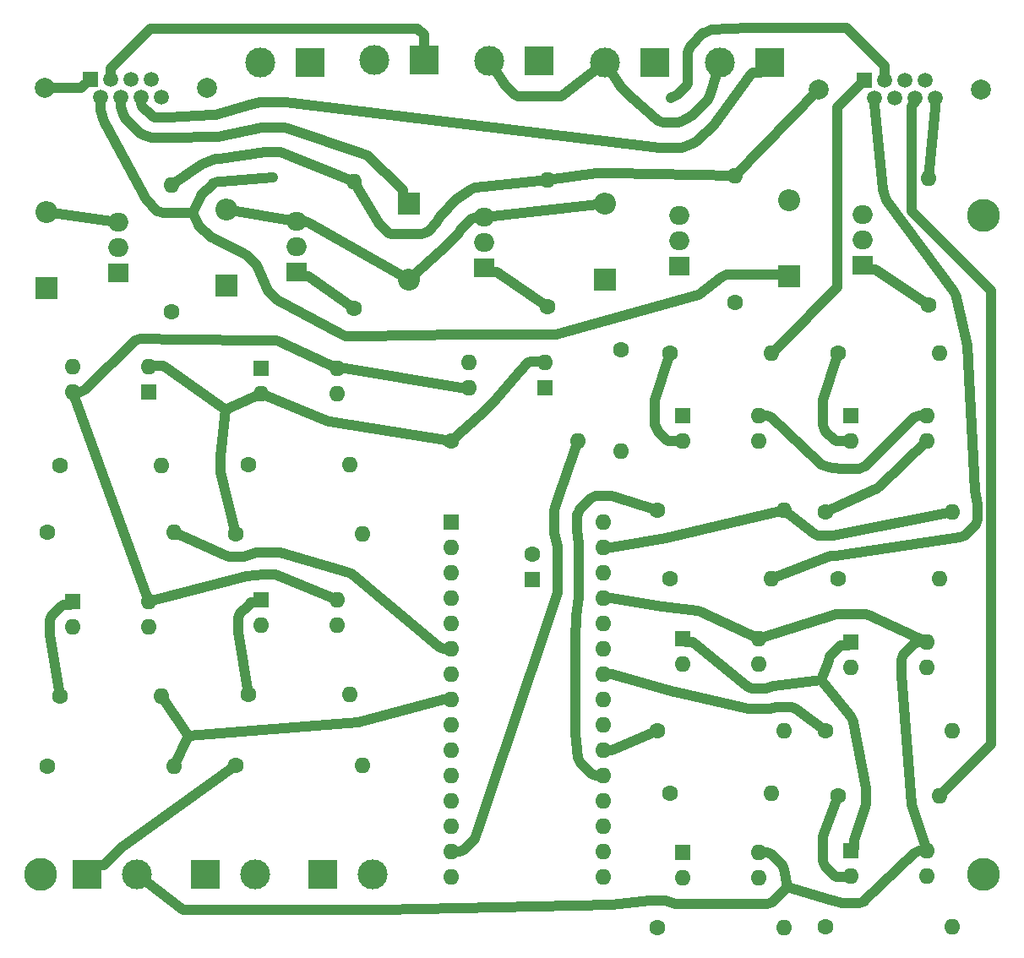
<source format=gbr>
G04 #@! TF.GenerationSoftware,KiCad,Pcbnew,(5.1.5)-3*
G04 #@! TF.CreationDate,2020-02-24T21:21:35+03:00*
G04 #@! TF.ProjectId,valveControllerPCB,76616c76-6543-46f6-9e74-726f6c6c6572,rev?*
G04 #@! TF.SameCoordinates,Original*
G04 #@! TF.FileFunction,Copper,L1,Top*
G04 #@! TF.FilePolarity,Positive*
%FSLAX46Y46*%
G04 Gerber Fmt 4.6, Leading zero omitted, Abs format (unit mm)*
G04 Created by KiCad (PCBNEW (5.1.5)-3) date 2020-02-24 21:21:35*
%MOMM*%
%LPD*%
G04 APERTURE LIST*
%ADD10C,2.000000*%
%ADD11C,1.500000*%
%ADD12R,1.500000X1.500000*%
%ADD13O,1.600000X1.600000*%
%ADD14R,1.600000X1.600000*%
%ADD15C,1.600000*%
%ADD16O,2.000000X1.905000*%
%ADD17R,2.000000X1.905000*%
%ADD18C,3.000000*%
%ADD19R,3.000000X3.000000*%
%ADD20O,2.200000X2.200000*%
%ADD21R,2.200000X2.200000*%
%ADD22C,3.300000*%
%ADD23C,0.800000*%
%ADD24C,1.000000*%
G04 APERTURE END LIST*
D10*
X154155000Y-63565000D03*
X170415000Y-63565000D03*
D11*
X165865000Y-64455000D03*
X163825000Y-64455000D03*
X161785000Y-64455000D03*
X159745000Y-64455000D03*
X164845000Y-62675000D03*
X162805000Y-62675000D03*
X160765000Y-62675000D03*
D12*
X158725000Y-62675000D03*
D13*
X119055000Y-93450000D03*
X126675000Y-90910000D03*
X119055000Y-90910000D03*
D14*
X126675000Y-93450000D03*
D13*
X129975000Y-98800000D03*
D15*
X117275000Y-98800000D03*
D13*
X134350000Y-99810000D03*
D15*
X134350000Y-89650000D03*
D13*
X165150000Y-72500000D03*
D15*
X165150000Y-85200000D03*
D16*
X158575000Y-76095000D03*
X158575000Y-78635000D03*
D17*
X158575000Y-81175000D03*
D18*
X98150000Y-60875000D03*
D19*
X103150000Y-60875000D03*
D20*
X151175000Y-74630000D03*
D21*
X151175000Y-82250000D03*
D18*
X85854000Y-142259000D03*
D19*
X80854000Y-142259000D03*
D18*
X97665000Y-142259000D03*
D19*
X92665000Y-142259000D03*
D18*
X109600000Y-60600000D03*
D19*
X114600000Y-60600000D03*
D18*
X121150000Y-60725000D03*
D19*
X126150000Y-60725000D03*
D18*
X132725000Y-60875000D03*
D19*
X137725000Y-60875000D03*
D18*
X144275000Y-60875000D03*
D19*
X149275000Y-60875000D03*
D18*
X109476000Y-142259000D03*
D19*
X104476000Y-142259000D03*
D13*
X164990000Y-139885000D03*
X157370000Y-142425000D03*
X164990000Y-142425000D03*
D14*
X157370000Y-139885000D03*
D13*
X164990000Y-118950000D03*
X157370000Y-121490000D03*
X164990000Y-121490000D03*
D14*
X157370000Y-118950000D03*
D13*
X164990000Y-96225000D03*
X157370000Y-98765000D03*
X164990000Y-98765000D03*
D14*
X157370000Y-96225000D03*
D13*
X148170000Y-140000000D03*
X140550000Y-142540000D03*
X148170000Y-142540000D03*
D14*
X140550000Y-140000000D03*
D13*
X148170000Y-118625000D03*
X140550000Y-121165000D03*
X148170000Y-121165000D03*
D14*
X140550000Y-118625000D03*
D13*
X148170000Y-96225000D03*
X140550000Y-98765000D03*
X148170000Y-98765000D03*
D14*
X140550000Y-96225000D03*
D13*
X105920000Y-114675000D03*
X98300000Y-117215000D03*
X105920000Y-117215000D03*
D14*
X98300000Y-114675000D03*
D13*
X105920000Y-91485000D03*
X98300000Y-94025000D03*
X105920000Y-94025000D03*
D14*
X98300000Y-91485000D03*
D13*
X87045000Y-114900000D03*
X79425000Y-117440000D03*
X87045000Y-117440000D03*
D14*
X79425000Y-114900000D03*
D13*
X79405000Y-93849000D03*
X87025000Y-91309000D03*
X79405000Y-91309000D03*
D14*
X87025000Y-93849000D03*
D13*
X166250000Y-134375000D03*
D15*
X156090000Y-134375000D03*
D13*
X166250000Y-112625000D03*
D15*
X156090000Y-112625000D03*
D13*
X166250000Y-90025000D03*
D15*
X156090000Y-90025000D03*
D13*
X149430000Y-134075000D03*
D15*
X139270000Y-134075000D03*
D13*
X149430000Y-112575000D03*
D15*
X139270000Y-112575000D03*
D13*
X149430000Y-90025000D03*
D15*
X139270000Y-90025000D03*
D13*
X167520000Y-147450000D03*
D15*
X154820000Y-147450000D03*
D13*
X167520000Y-127800000D03*
D15*
X154820000Y-127800000D03*
D13*
X167520000Y-105900000D03*
D15*
X154820000Y-105900000D03*
D13*
X150700000Y-147525000D03*
D15*
X138000000Y-147525000D03*
D13*
X150700000Y-127875000D03*
D15*
X138000000Y-127875000D03*
D13*
X150700000Y-105725000D03*
D15*
X138000000Y-105725000D03*
D13*
X108450000Y-131300000D03*
D15*
X95750000Y-131300000D03*
D13*
X107180000Y-124175000D03*
D15*
X97020000Y-124175000D03*
D13*
X108450000Y-108075000D03*
D15*
X95750000Y-108075000D03*
D13*
X107180000Y-101125000D03*
D15*
X97020000Y-101125000D03*
D13*
X89575000Y-131400000D03*
D15*
X76875000Y-131400000D03*
D13*
X88305000Y-124400000D03*
D15*
X78145000Y-124400000D03*
D13*
X89575000Y-107900000D03*
D15*
X76875000Y-107900000D03*
D13*
X88305000Y-101278000D03*
D15*
X78145000Y-101278000D03*
D13*
X145800000Y-72225000D03*
D15*
X145800000Y-84925000D03*
D13*
X126950000Y-72650000D03*
D15*
X126950000Y-85350000D03*
D13*
X107600000Y-72775000D03*
D15*
X107600000Y-85475000D03*
D13*
X89300000Y-73175000D03*
D15*
X89300000Y-85875000D03*
D16*
X140150000Y-76220000D03*
X140150000Y-78760000D03*
D17*
X140150000Y-81300000D03*
D16*
X120650000Y-76370000D03*
X120650000Y-78910000D03*
D17*
X120650000Y-81450000D03*
D16*
X101825000Y-76770000D03*
X101825000Y-79310000D03*
D17*
X101825000Y-81850000D03*
D16*
X83925000Y-76895000D03*
X83925000Y-79435000D03*
D17*
X83925000Y-81975000D03*
D10*
X76580000Y-63415000D03*
X92840000Y-63415000D03*
D11*
X88290000Y-64305000D03*
X86250000Y-64305000D03*
X84210000Y-64305000D03*
X82170000Y-64305000D03*
X87270000Y-62525000D03*
X85230000Y-62525000D03*
X83190000Y-62525000D03*
D12*
X81150000Y-62525000D03*
D20*
X132750000Y-75030000D03*
D21*
X132750000Y-82650000D03*
D20*
X113100000Y-82595000D03*
D21*
X113100000Y-74975000D03*
D20*
X94825000Y-75580000D03*
D21*
X94825000Y-83200000D03*
D20*
X76800000Y-75830000D03*
D21*
X76800000Y-83450000D03*
D15*
X125475000Y-110150000D03*
D14*
X125475000Y-112650000D03*
D13*
X132588000Y-142494000D03*
X117348000Y-142494000D03*
X132588000Y-106934000D03*
X117348000Y-139954000D03*
X132588000Y-109474000D03*
X117348000Y-137414000D03*
X132588000Y-112014000D03*
X117348000Y-134874000D03*
X132588000Y-114554000D03*
X117348000Y-132334000D03*
X132588000Y-117094000D03*
X117348000Y-129794000D03*
X132588000Y-119634000D03*
X117348000Y-127254000D03*
X132588000Y-122174000D03*
X117348000Y-124714000D03*
X132588000Y-124714000D03*
X117348000Y-122174000D03*
X132588000Y-127254000D03*
X117348000Y-119634000D03*
X132588000Y-129794000D03*
X117348000Y-117094000D03*
X132588000Y-132334000D03*
X117348000Y-114554000D03*
X132588000Y-134874000D03*
X117348000Y-112014000D03*
X132588000Y-137414000D03*
X117348000Y-109474000D03*
X132588000Y-139954000D03*
D14*
X117348000Y-106934000D03*
D22*
X170680000Y-76200000D03*
X76200000Y-142240000D03*
X170680000Y-142240000D03*
D23*
X99438800Y-72345600D03*
X139305600Y-64386500D03*
D24*
X117348000Y-139954000D02*
X118128800Y-139954000D01*
X118128800Y-139954000D02*
X118594900Y-139761000D01*
X118594900Y-139761000D02*
X119695000Y-138660900D01*
X119695000Y-138660900D02*
X119888000Y-138194800D01*
X119888000Y-138194800D02*
X127946000Y-114058000D01*
X127946000Y-114058000D02*
X127946000Y-112842000D01*
X127946000Y-112842000D02*
X127946000Y-109382900D01*
X127946000Y-109382900D02*
X127654900Y-108012100D01*
X127654900Y-108012100D02*
X127654900Y-105855900D01*
X127654900Y-105855900D02*
X127769700Y-105398400D01*
X127769700Y-105398400D02*
X129975000Y-98800000D01*
X87025000Y-91309000D02*
X87192500Y-91254700D01*
X87192500Y-91254700D02*
X88457500Y-91254700D01*
X88457500Y-91254700D02*
X88649500Y-91334200D01*
X88649500Y-91334200D02*
X94697900Y-95693400D01*
X95750000Y-131300000D02*
X84283500Y-139497300D01*
X84283500Y-139497300D02*
X83092300Y-140688500D01*
X83092300Y-140688500D02*
X82854000Y-140966100D01*
X82854000Y-140966100D02*
X82561100Y-141259000D01*
X82561100Y-141259000D02*
X82354000Y-141259000D01*
X82354000Y-141259000D02*
X81854000Y-141259000D01*
X81854000Y-141259000D02*
X80854000Y-142259000D01*
X98300000Y-94025000D02*
X105055800Y-96812600D01*
X105055800Y-96812600D02*
X105105500Y-96825100D01*
X105105500Y-96825100D02*
X117275000Y-98800000D01*
X167520000Y-105900000D02*
X155561400Y-108241700D01*
X155561400Y-108241700D02*
X154078600Y-108241700D01*
X154078600Y-108241700D02*
X153685500Y-108078800D01*
X153685500Y-108078800D02*
X150700000Y-105725000D01*
X150700000Y-105725000D02*
X138814500Y-108525100D01*
X138814500Y-108525100D02*
X133368800Y-109474000D01*
X133368800Y-109474000D02*
X132588000Y-109474000D01*
X117275000Y-98800000D02*
X120463300Y-96003900D01*
X120463300Y-96003900D02*
X121608900Y-94858300D01*
X121608900Y-94858300D02*
X124160200Y-91825500D01*
X124160200Y-91825500D02*
X125050500Y-90935200D01*
X125050500Y-90935200D02*
X125242500Y-90855700D01*
X125242500Y-90855700D02*
X126507500Y-90855700D01*
X126507500Y-90855700D02*
X126675000Y-90910000D01*
X95750000Y-108075000D02*
X94219900Y-101939500D01*
X94219900Y-101939500D02*
X94219900Y-100310500D01*
X94219900Y-100310500D02*
X94697900Y-95693400D01*
X98300000Y-94025000D02*
X94697900Y-95693400D01*
X164990000Y-139885000D02*
X163462400Y-135239200D01*
X163462400Y-135239200D02*
X163449900Y-135189500D01*
X163449900Y-135189500D02*
X162450000Y-122270800D01*
X162450000Y-122270800D02*
X162450000Y-120709200D01*
X162450000Y-120709200D02*
X162643000Y-120243100D01*
X162643000Y-120243100D02*
X163743100Y-119143000D01*
X163743100Y-119143000D02*
X164209200Y-118950000D01*
X164209200Y-118950000D02*
X164990000Y-118950000D01*
X148170000Y-140000000D02*
X148950800Y-140000000D01*
X148950800Y-140000000D02*
X149416900Y-140193000D01*
X149416900Y-140193000D02*
X150517000Y-141293100D01*
X150517000Y-141293100D02*
X150710000Y-141759200D01*
X150710000Y-141759200D02*
X151034600Y-143466600D01*
X85854000Y-142259000D02*
X90224000Y-145648300D01*
X90224000Y-145648300D02*
X90491600Y-145759100D01*
X90491600Y-145759100D02*
X105302600Y-145759100D01*
X105302600Y-145759100D02*
X106649400Y-145759100D01*
X106649400Y-145759100D02*
X110377000Y-145759100D01*
X110377000Y-145759100D02*
X133402500Y-145294100D01*
X133402500Y-145294100D02*
X137201100Y-144850700D01*
X137201100Y-144850700D02*
X138798900Y-144850700D01*
X138798900Y-144850700D02*
X138824600Y-144857100D01*
X138824600Y-144857100D02*
X139725400Y-145207900D01*
X139725400Y-145207900D02*
X139751100Y-145214300D01*
X139751100Y-145214300D02*
X141348900Y-145214300D01*
X141348900Y-145214300D02*
X148968400Y-145209800D01*
X148968400Y-145209800D02*
X148993200Y-145203600D01*
X148993200Y-145203600D02*
X149475600Y-145003500D01*
X149475600Y-145003500D02*
X149497500Y-144990400D01*
X149497500Y-144990400D02*
X151034600Y-143466600D01*
X164990000Y-96225000D02*
X164209200Y-96225000D01*
X164209200Y-96225000D02*
X163743100Y-96418000D01*
X163743100Y-96418000D02*
X158778300Y-101318900D01*
X158778300Y-101318900D02*
X158734300Y-101345200D01*
X158734300Y-101345200D02*
X158234200Y-101552600D01*
X158234200Y-101552600D02*
X158184500Y-101565100D01*
X158184500Y-101565100D02*
X156555500Y-101565100D01*
X156555500Y-101565100D02*
X155545400Y-101525200D01*
X155545400Y-101525200D02*
X155170700Y-101431100D01*
X155170700Y-101431100D02*
X154439200Y-101127900D01*
X154439200Y-101127900D02*
X154107800Y-100929200D01*
X154107800Y-100929200D02*
X149416900Y-96418000D01*
X149416900Y-96418000D02*
X148950800Y-96225000D01*
X148950800Y-96225000D02*
X148170000Y-96225000D01*
X132588000Y-114554000D02*
X133368800Y-114554000D01*
X133368800Y-114554000D02*
X138455500Y-115375100D01*
X138455500Y-115375100D02*
X142023400Y-115824900D01*
X142023400Y-115824900D02*
X142291000Y-115935700D01*
X142291000Y-115935700D02*
X148170000Y-118625000D01*
X148170000Y-118625000D02*
X155896600Y-116149900D01*
X155896600Y-116149900D02*
X157243400Y-116149900D01*
X157243400Y-116149900D02*
X158843400Y-116149900D01*
X158843400Y-116149900D02*
X159111000Y-116260700D01*
X159111000Y-116260700D02*
X164990000Y-118950000D01*
X151034600Y-143466600D02*
X155283000Y-144751400D01*
X155283000Y-144751400D02*
X155589500Y-144828300D01*
X155589500Y-144828300D02*
X155612400Y-144828300D01*
X155612400Y-144828300D02*
X155628000Y-144832200D01*
X155628000Y-144832200D02*
X156539800Y-145109800D01*
X156539800Y-145109800D02*
X156568900Y-145117100D01*
X156568900Y-145117100D02*
X158171100Y-145117100D01*
X158171100Y-145117100D02*
X158200200Y-145109800D01*
X158200200Y-145109800D02*
X158685600Y-144908500D01*
X158685600Y-144908500D02*
X158711300Y-144893100D01*
X158711300Y-144893100D02*
X163743100Y-140078000D01*
X163743100Y-140078000D02*
X164209200Y-139885000D01*
X164209200Y-139885000D02*
X164990000Y-139885000D01*
X132588000Y-122174000D02*
X133368800Y-122174000D01*
X133368800Y-122174000D02*
X139685800Y-123952600D01*
X139685800Y-123952600D02*
X139735500Y-123965100D01*
X139735500Y-123965100D02*
X147144100Y-125675800D01*
X147144100Y-125675800D02*
X149195900Y-125675800D01*
X149195900Y-125675800D02*
X149572700Y-125581200D01*
X149572700Y-125581200D02*
X149946000Y-125469600D01*
X149946000Y-125469600D02*
X151454000Y-125469600D01*
X151454000Y-125469600D02*
X151870600Y-125642100D01*
X151870600Y-125642100D02*
X154820000Y-127800000D01*
X117348000Y-124714000D02*
X116567200Y-124714000D01*
X116567200Y-124714000D02*
X108044200Y-126962600D01*
X108044200Y-126962600D02*
X107994500Y-126975100D01*
X107994500Y-126975100D02*
X91026300Y-128324200D01*
X88305000Y-124400000D02*
X91026300Y-128324200D01*
X89575000Y-131400000D02*
X91026300Y-128324200D01*
X154820000Y-105900000D02*
X159854200Y-103587600D01*
X159854200Y-103587600D02*
X159869300Y-103579900D01*
X159869300Y-103579900D02*
X160312700Y-103314400D01*
X160312700Y-103314400D02*
X160335600Y-103297800D01*
X160335600Y-103297800D02*
X164990000Y-98765000D01*
X117348000Y-119634000D02*
X116567200Y-119634000D01*
X116567200Y-119634000D02*
X116101100Y-119441000D01*
X116101100Y-119441000D02*
X107328300Y-112121100D01*
X107328300Y-112121100D02*
X107284300Y-112094800D01*
X107284300Y-112094800D02*
X106784200Y-111887400D01*
X106784200Y-111887400D02*
X100481700Y-110022100D01*
X100481700Y-110022100D02*
X100117700Y-109930700D01*
X100117700Y-109930700D02*
X100055900Y-109930700D01*
X100055900Y-109930700D02*
X98144100Y-109930700D01*
X98144100Y-109930700D02*
X97875600Y-109998100D01*
X97875600Y-109998100D02*
X96483500Y-110377100D01*
X96483500Y-110377100D02*
X95016500Y-110377100D01*
X95016500Y-110377100D02*
X94637900Y-110220300D01*
X94637900Y-110220300D02*
X89575000Y-107900000D01*
X132588000Y-129794000D02*
X133368800Y-129794000D01*
X133368800Y-129794000D02*
X133834900Y-129601000D01*
X133834900Y-129601000D02*
X138000000Y-127875000D01*
X132588000Y-132334000D02*
X131807200Y-132334000D01*
X131807200Y-132334000D02*
X131341100Y-132141000D01*
X131341100Y-132141000D02*
X130241000Y-131040900D01*
X130241000Y-131040900D02*
X130048000Y-130574800D01*
X130048000Y-130574800D02*
X129787900Y-128068500D01*
X129787900Y-128068500D02*
X129787900Y-126439500D01*
X129787900Y-126439500D02*
X129787900Y-118819500D01*
X129787900Y-118819500D02*
X129875600Y-116290400D01*
X129875600Y-116290400D02*
X130117000Y-114455000D01*
X130117000Y-114455000D02*
X130117000Y-114393300D01*
X130117000Y-114393300D02*
X130117000Y-112506700D01*
X130117000Y-112506700D02*
X130117000Y-109107900D01*
X130117000Y-109107900D02*
X129971400Y-107725800D01*
X129971400Y-107725800D02*
X129971400Y-106142200D01*
X129971400Y-106142200D02*
X129975100Y-106127600D01*
X129975100Y-106127600D02*
X130172100Y-105652400D01*
X130172100Y-105652400D02*
X130179900Y-105639500D01*
X130179900Y-105639500D02*
X131293500Y-104525900D01*
X131293500Y-104525900D02*
X131306400Y-104518100D01*
X131306400Y-104518100D02*
X131781600Y-104321100D01*
X131781600Y-104321100D02*
X131796200Y-104317400D01*
X131796200Y-104317400D02*
X133379800Y-104317400D01*
X133379800Y-104317400D02*
X133394400Y-104321100D01*
X133394400Y-104321100D02*
X138000000Y-105725000D01*
X120650000Y-76370000D02*
X120697500Y-76370000D01*
X120697500Y-76370000D02*
X132750000Y-75030000D01*
X76800000Y-75830000D02*
X83877500Y-76895000D01*
X83877500Y-76895000D02*
X83925000Y-76895000D01*
X94825000Y-75580000D02*
X101777500Y-76770000D01*
X101777500Y-76770000D02*
X101825000Y-76770000D01*
X101825000Y-76770000D02*
X101872500Y-76770000D01*
X101872500Y-76770000D02*
X102653300Y-76770000D01*
X102653300Y-76770000D02*
X103119400Y-76963000D01*
X103119400Y-76963000D02*
X113100000Y-82595000D01*
X113100000Y-82595000D02*
X116615000Y-79418700D01*
X116615000Y-79418700D02*
X118043700Y-77990000D01*
X118043700Y-77990000D02*
X118255500Y-77663100D01*
X118255500Y-77663100D02*
X119355600Y-76563000D01*
X119355600Y-76563000D02*
X119821700Y-76370000D01*
X119821700Y-76370000D02*
X120602500Y-76370000D01*
X120602500Y-76370000D02*
X120650000Y-76370000D01*
X80260000Y-63415000D02*
X81150000Y-62525000D01*
X76580000Y-63415000D02*
X80260000Y-63415000D01*
X149275000Y-60875000D02*
X148275000Y-61875000D01*
X148275000Y-61875000D02*
X147775000Y-61875000D01*
X147775000Y-61875000D02*
X147567900Y-61875000D01*
X147567900Y-61875000D02*
X147275000Y-62167900D01*
X147275000Y-62167900D02*
X143607000Y-67158700D01*
X143607000Y-67158700D02*
X142077800Y-68687900D01*
X142077800Y-68687900D02*
X141661900Y-68937200D01*
X141661900Y-68937200D02*
X140862300Y-69268600D01*
X140862300Y-69268600D02*
X140392000Y-69386700D01*
X140392000Y-69386700D02*
X138219200Y-69386700D01*
X138219200Y-69386700D02*
X100729000Y-64845300D01*
X100729000Y-64845300D02*
X98148600Y-64845300D01*
X98148600Y-64845300D02*
X97853100Y-64892500D01*
X97853100Y-64892500D02*
X97186700Y-65060200D01*
X97186700Y-65060200D02*
X93676800Y-66119700D01*
X93676800Y-66119700D02*
X93643700Y-66128000D01*
X93643700Y-66128000D02*
X93379900Y-66128000D01*
X93379900Y-66128000D02*
X88971400Y-66345000D01*
X88971400Y-66345000D02*
X87608600Y-66345000D01*
X87608600Y-66345000D02*
X87326400Y-66228100D01*
X87326400Y-66228100D02*
X86366900Y-65268600D01*
X86366900Y-65268600D02*
X86250000Y-64986400D01*
X86250000Y-64986400D02*
X86250000Y-64305000D01*
X84210000Y-64305000D02*
X84210000Y-65277700D01*
X84210000Y-65277700D02*
X84283900Y-65572100D01*
X84283900Y-65572100D02*
X84563400Y-66246400D01*
X84563400Y-66246400D02*
X84719500Y-66506700D01*
X84719500Y-66506700D02*
X86088300Y-67875500D01*
X86088300Y-67875500D02*
X86348600Y-68031600D01*
X86348600Y-68031600D02*
X87022900Y-68311100D01*
X87022900Y-68311100D02*
X87317300Y-68385000D01*
X87317300Y-68385000D02*
X89262700Y-68385000D01*
X89262700Y-68385000D02*
X93555600Y-68341000D01*
X93555600Y-68341000D02*
X93917200Y-68341000D01*
X93917200Y-68341000D02*
X98352400Y-67345400D01*
X98352400Y-67345400D02*
X100525200Y-67345400D01*
X100525200Y-67345400D02*
X100995500Y-67463500D01*
X100995500Y-67463500D02*
X108464200Y-69987400D01*
X108464200Y-69987400D02*
X108964300Y-70194800D01*
X108964300Y-70194800D02*
X109008300Y-70221100D01*
X109008300Y-70221100D02*
X112207100Y-73375000D01*
X112207100Y-73375000D02*
X112500000Y-73667900D01*
X112500000Y-73667900D02*
X112500000Y-73875000D01*
X112500000Y-73875000D02*
X112500000Y-74375000D01*
X112500000Y-74375000D02*
X113100000Y-74975000D01*
X114600000Y-58100000D02*
X114600000Y-60600000D01*
X113959999Y-57459999D02*
X114600000Y-58100000D01*
X87194341Y-57459999D02*
X113959999Y-57459999D01*
X83190000Y-61464340D02*
X87194341Y-57459999D01*
X83190000Y-62525000D02*
X83190000Y-61464340D01*
X121150000Y-60725000D02*
X122760700Y-63166000D01*
X122760700Y-63166000D02*
X123709000Y-64114300D01*
X123709000Y-64114300D02*
X123976600Y-64225100D01*
X123976600Y-64225100D02*
X126976600Y-64225100D01*
X126976600Y-64225100D02*
X128323400Y-64225100D01*
X128323400Y-64225100D02*
X128591000Y-64114300D01*
X128591000Y-64114300D02*
X132725000Y-60875000D01*
X144275000Y-60875000D02*
X143416800Y-63703500D01*
X143416800Y-63703500D02*
X143126300Y-64404400D01*
X143126300Y-64404400D02*
X142950500Y-64697700D01*
X142950500Y-64697700D02*
X141547700Y-66100500D01*
X141547700Y-66100500D02*
X141254400Y-66276300D01*
X141254400Y-66276300D02*
X140529900Y-66699600D01*
X140529900Y-66699600D02*
X140078500Y-66886600D01*
X140078500Y-66886600D02*
X138532700Y-66886600D01*
X138532700Y-66886600D02*
X138081300Y-66699600D01*
X138081300Y-66699600D02*
X135284000Y-64264300D01*
X135284000Y-64264300D02*
X134335700Y-63316000D01*
X134335700Y-63316000D02*
X132725000Y-60875000D01*
X107600000Y-85475000D02*
X103032100Y-82302500D01*
X103032100Y-82302500D02*
X102825000Y-82302500D01*
X102825000Y-82302500D02*
X102325000Y-82302500D01*
X102325000Y-82302500D02*
X101825000Y-81850000D01*
X126950000Y-85350000D02*
X121857100Y-81902500D01*
X121857100Y-81902500D02*
X121650000Y-81902500D01*
X121650000Y-81902500D02*
X121150000Y-81902500D01*
X121150000Y-81902500D02*
X120650000Y-81450000D01*
X139270000Y-90025000D02*
X137749900Y-94751600D01*
X137749900Y-94751600D02*
X137749900Y-95851600D01*
X137749900Y-95851600D02*
X137749900Y-97198400D01*
X137749900Y-97198400D02*
X137860700Y-97466000D01*
X137860700Y-97466000D02*
X138035200Y-97849500D01*
X138035200Y-97849500D02*
X138925500Y-98739800D01*
X138925500Y-98739800D02*
X139117500Y-98819300D01*
X139117500Y-98819300D02*
X140382500Y-98819300D01*
X140382500Y-98819300D02*
X140550000Y-98765000D01*
X151175000Y-82250000D02*
X150575000Y-82124900D01*
X150575000Y-82124900D02*
X150075000Y-82124900D01*
X150075000Y-82124900D02*
X144985500Y-82124900D01*
X144985500Y-82124900D02*
X144935800Y-82137400D01*
X144935800Y-82137400D02*
X144435700Y-82344800D01*
X144435700Y-82344800D02*
X144391700Y-82371100D01*
X144391700Y-82371100D02*
X142091000Y-84141800D01*
X142091000Y-84141800D02*
X141823400Y-84252600D01*
X141823400Y-84252600D02*
X127807900Y-88118500D01*
X127807900Y-88118500D02*
X127762000Y-88130000D01*
X127762000Y-88130000D02*
X126138000Y-88130000D01*
X126138000Y-88130000D02*
X119869500Y-88109900D01*
X119869500Y-88109900D02*
X118240500Y-88109900D01*
X118240500Y-88109900D02*
X108414500Y-88275100D01*
X108414500Y-88275100D02*
X106785500Y-88275100D01*
X106785500Y-88275100D02*
X106735800Y-88262600D01*
X106735800Y-88262600D02*
X106235700Y-88055200D01*
X106235700Y-88055200D02*
X99884000Y-84691800D01*
X99884000Y-84691800D02*
X98935700Y-83743500D01*
X98935700Y-83743500D02*
X97814300Y-81159000D01*
X97814300Y-81159000D02*
X96866000Y-80210700D01*
X96866000Y-80210700D02*
X93325400Y-78428900D01*
X93325400Y-78428900D02*
X93230700Y-78372200D01*
X93230700Y-78372200D02*
X92032800Y-77174300D01*
X92032800Y-77174300D02*
X91976100Y-77079600D01*
X91976100Y-77079600D02*
X91417300Y-75934100D01*
X91417300Y-75934100D02*
X92233200Y-74209900D01*
X92233200Y-74209900D02*
X92260900Y-74163700D01*
X92260900Y-74163700D02*
X93408700Y-73015900D01*
X93408700Y-73015900D02*
X93454900Y-72988200D01*
X93454900Y-72988200D02*
X93956700Y-72780100D01*
X93956700Y-72780100D02*
X94008900Y-72767000D01*
X94008900Y-72767000D02*
X94277200Y-72767000D01*
X94277200Y-72767000D02*
X99438800Y-72345600D01*
X82170000Y-64305000D02*
X82170000Y-65485600D01*
X82170000Y-65485600D02*
X82190400Y-65613300D01*
X82190400Y-65613300D02*
X82331700Y-66174600D01*
X82331700Y-66174600D02*
X82355600Y-66247900D01*
X82355600Y-66247900D02*
X82722300Y-67132500D01*
X82722300Y-67132500D02*
X82757400Y-67201500D01*
X82757400Y-67201500D02*
X86719800Y-74539300D01*
X86719800Y-74539300D02*
X86746100Y-74583300D01*
X86746100Y-74583300D02*
X87891700Y-75728900D01*
X87891700Y-75728900D02*
X87935700Y-75755200D01*
X87935700Y-75755200D02*
X88435800Y-75962600D01*
X88435800Y-75962600D02*
X88485500Y-75975100D01*
X88485500Y-75975100D02*
X90114500Y-75975100D01*
X90114500Y-75975100D02*
X91417300Y-75934100D01*
X89300000Y-73175000D02*
X92036800Y-71258100D01*
X92036800Y-71258100D02*
X92457100Y-71006200D01*
X92457100Y-71006200D02*
X93260200Y-70673300D01*
X93260200Y-70673300D02*
X93735400Y-70554000D01*
X93735400Y-70554000D02*
X94101500Y-70554000D01*
X94101500Y-70554000D02*
X98665900Y-69845500D01*
X98665900Y-69845500D02*
X100211700Y-69845500D01*
X100211700Y-69845500D02*
X107600000Y-72775000D01*
X126950000Y-72650000D02*
X131898400Y-71929900D01*
X131898400Y-71929900D02*
X133601600Y-71929900D01*
X133601600Y-71929900D02*
X145800000Y-72225000D01*
X145800000Y-72225000D02*
X154155000Y-63565000D01*
X165865000Y-64455000D02*
X165865000Y-65427700D01*
X165865000Y-65427700D02*
X165150000Y-72500000D01*
X126950000Y-72650000D02*
X119769200Y-73417400D01*
X119769200Y-73417400D02*
X119690300Y-73437200D01*
X119690300Y-73437200D02*
X119169400Y-73653200D01*
X119169400Y-73653200D02*
X119099700Y-73695000D01*
X119099700Y-73695000D02*
X117841200Y-74622600D01*
X117841200Y-74622600D02*
X116315100Y-76148700D01*
X116315100Y-76148700D02*
X116067500Y-76561700D01*
X116067500Y-76561700D02*
X115889900Y-76882900D01*
X115889900Y-76882900D02*
X115007900Y-77764900D01*
X115007900Y-77764900D02*
X114641000Y-77964300D01*
X114641000Y-77964300D02*
X114373400Y-78075100D01*
X114373400Y-78075100D02*
X113026600Y-78075100D01*
X113026600Y-78075100D02*
X111326600Y-78075100D01*
X111326600Y-78075100D02*
X111059000Y-77964300D01*
X111059000Y-77964300D02*
X110110700Y-77016000D01*
X110110700Y-77016000D02*
X107600000Y-72775000D01*
X157370000Y-118950000D02*
X157070000Y-119250000D01*
X157070000Y-119250000D02*
X156570000Y-119250000D01*
X156570000Y-119250000D02*
X156362900Y-119250000D01*
X156362900Y-119250000D02*
X156070000Y-119542900D01*
X156070000Y-119542900D02*
X155277400Y-120413100D01*
X155277400Y-120413100D02*
X155130000Y-120768900D01*
X155130000Y-120768900D02*
X154440100Y-122737600D01*
X79405000Y-93849000D02*
X87045000Y-114900000D01*
X140550000Y-118625000D02*
X140850000Y-118925000D01*
X140850000Y-118925000D02*
X141350000Y-118925000D01*
X141350000Y-118925000D02*
X141557100Y-118925000D01*
X141557100Y-118925000D02*
X146999400Y-123397900D01*
X146999400Y-123397900D02*
X147416000Y-123570400D01*
X147416000Y-123570400D02*
X148924000Y-123570400D01*
X148924000Y-123570400D02*
X149297300Y-123458800D01*
X149297300Y-123458800D02*
X149674100Y-123364200D01*
X149674100Y-123364200D02*
X154440100Y-122737600D01*
X79405000Y-93849000D02*
X80185800Y-93849000D01*
X80185800Y-93849000D02*
X80651900Y-93656000D01*
X80651900Y-93656000D02*
X85616700Y-88755100D01*
X85616700Y-88755100D02*
X85660700Y-88728800D01*
X85660700Y-88728800D02*
X86160800Y-88521400D01*
X86160800Y-88521400D02*
X86210500Y-88508900D01*
X86210500Y-88508900D02*
X87839500Y-88508900D01*
X87839500Y-88508900D02*
X88490700Y-88633000D01*
X88490700Y-88633000D02*
X88839200Y-88633000D01*
X88839200Y-88633000D02*
X99773400Y-88684900D01*
X99773400Y-88684900D02*
X100041000Y-88795700D01*
X100041000Y-88795700D02*
X105920000Y-91485000D01*
X105920000Y-91485000D02*
X106700800Y-91485000D01*
X106700800Y-91485000D02*
X118274200Y-93450000D01*
X118274200Y-93450000D02*
X119055000Y-93450000D01*
X154440100Y-122737600D02*
X157373900Y-126391700D01*
X157373900Y-126391700D02*
X157400200Y-126435700D01*
X157400200Y-126435700D02*
X157607600Y-126935800D01*
X157607600Y-126935800D02*
X157620100Y-126985500D01*
X157620100Y-126985500D02*
X158890100Y-133560500D01*
X158890100Y-133560500D02*
X158890100Y-135189500D01*
X158890100Y-135189500D02*
X158877600Y-135239200D01*
X158877600Y-135239200D02*
X157670000Y-138877900D01*
X157670000Y-138877900D02*
X157670000Y-139085000D01*
X157670000Y-139085000D02*
X157670000Y-139585000D01*
X157670000Y-139585000D02*
X157370000Y-139885000D01*
X105920000Y-114675000D02*
X99718200Y-112152800D01*
X99718200Y-112152800D02*
X98481800Y-112152800D01*
X98481800Y-112152800D02*
X96827400Y-112379200D01*
X96827400Y-112379200D02*
X87045000Y-114900000D01*
X167049999Y-133575001D02*
X166250000Y-134375000D01*
X171448810Y-129176190D02*
X167049999Y-133575001D01*
X171448810Y-83737635D02*
X171448810Y-129176190D01*
X163449999Y-75738824D02*
X171448810Y-83737635D01*
X163449999Y-65232003D02*
X163449999Y-75738824D01*
X163825000Y-64857002D02*
X163449999Y-65232003D01*
X163825000Y-64455000D02*
X163825000Y-64857002D01*
X159745000Y-64455000D02*
X159745000Y-65136400D01*
X159745000Y-65136400D02*
X160554100Y-73536400D01*
X160554100Y-73536400D02*
X160652800Y-73929500D01*
X160652800Y-73929500D02*
X160961400Y-74674000D01*
X160961400Y-74674000D02*
X161169700Y-75021500D01*
X161169700Y-75021500D02*
X167703900Y-83791700D01*
X167703900Y-83791700D02*
X167730200Y-83835700D01*
X167730200Y-83835700D02*
X167937600Y-84335800D01*
X167937600Y-84335800D02*
X167950100Y-84385500D01*
X167950100Y-84385500D02*
X169050100Y-89210500D01*
X169050100Y-89210500D02*
X169803000Y-103804300D01*
X169803000Y-103804300D02*
X170048800Y-105121400D01*
X170048800Y-105121400D02*
X170048800Y-106678600D01*
X170048800Y-106678600D02*
X169857500Y-107140500D01*
X169857500Y-107140500D02*
X168760500Y-108237500D01*
X168760500Y-108237500D02*
X168298600Y-108428800D01*
X168298600Y-108428800D02*
X155830200Y-110283300D01*
X155830200Y-110283300D02*
X155348600Y-110283300D01*
X155348600Y-110283300D02*
X149430000Y-112575000D01*
X143261300Y-57635300D02*
X142696600Y-57869400D01*
X139666000Y-64264300D02*
X139398400Y-64375100D01*
X143401800Y-57600000D02*
X143261300Y-57635300D01*
X142572300Y-57943900D02*
X141343900Y-59172300D01*
X147101600Y-57374900D02*
X143401800Y-57600000D01*
X156911902Y-57374900D02*
X147101600Y-57374900D01*
X160765000Y-61227998D02*
X156911902Y-57374900D01*
X160765000Y-62675000D02*
X160765000Y-61227998D01*
X142696600Y-57869400D02*
X142572300Y-57943900D01*
X141343900Y-59172300D02*
X141269400Y-59296600D01*
X139398400Y-64375100D02*
X139305600Y-64386500D01*
X141035300Y-59861300D02*
X141000000Y-60001800D01*
X141269400Y-59296600D02*
X141035300Y-59861300D01*
X141000000Y-60001800D02*
X141000000Y-63003700D01*
X140923400Y-63188500D02*
X140038500Y-64073400D01*
X141000000Y-63003700D02*
X140923400Y-63188500D01*
X140038500Y-64073400D02*
X139666000Y-64264300D01*
X150229999Y-89225001D02*
X149430000Y-90025000D01*
X156050000Y-83405000D02*
X150229999Y-89225001D01*
X156050000Y-65350000D02*
X156050000Y-83405000D01*
X158725000Y-62675000D02*
X156050000Y-65350000D01*
X165150000Y-85200000D02*
X159782100Y-81627500D01*
X159782100Y-81627500D02*
X159575000Y-81627500D01*
X159575000Y-81627500D02*
X159075000Y-81627500D01*
X159075000Y-81627500D02*
X158575000Y-81175000D01*
X78145000Y-124400000D02*
X77130700Y-118172000D01*
X77130700Y-118172000D02*
X77130700Y-116708000D01*
X77130700Y-116708000D02*
X77286300Y-116332300D01*
X77286300Y-116332300D02*
X78125000Y-115492900D01*
X78125000Y-115492900D02*
X78417900Y-115200000D01*
X78417900Y-115200000D02*
X78625000Y-115200000D01*
X78625000Y-115200000D02*
X79125000Y-115200000D01*
X79125000Y-115200000D02*
X79425000Y-114900000D01*
X97020000Y-124175000D02*
X96005700Y-117947000D01*
X96005700Y-117947000D02*
X96005700Y-116483000D01*
X96005700Y-116483000D02*
X96161300Y-116107300D01*
X96161300Y-116107300D02*
X97000000Y-115267900D01*
X97000000Y-115267900D02*
X97292900Y-114975000D01*
X97292900Y-114975000D02*
X97500000Y-114975000D01*
X97500000Y-114975000D02*
X98000000Y-114975000D01*
X98000000Y-114975000D02*
X98300000Y-114675000D01*
X156090000Y-90025000D02*
X154569900Y-94751600D01*
X154569900Y-94751600D02*
X154569900Y-95851600D01*
X154569900Y-95851600D02*
X154569900Y-97198400D01*
X154569900Y-97198400D02*
X154680700Y-97466000D01*
X154680700Y-97466000D02*
X154855200Y-97849500D01*
X154855200Y-97849500D02*
X155745500Y-98739800D01*
X155745500Y-98739800D02*
X155937500Y-98819300D01*
X155937500Y-98819300D02*
X157202500Y-98819300D01*
X157202500Y-98819300D02*
X157370000Y-98765000D01*
X156090000Y-134375000D02*
X154569900Y-138411600D01*
X154569900Y-138411600D02*
X154569900Y-139511600D01*
X154569900Y-139511600D02*
X154569900Y-140858400D01*
X154569900Y-140858400D02*
X154680700Y-141126000D01*
X154680700Y-141126000D02*
X154855200Y-141509500D01*
X154855200Y-141509500D02*
X155745500Y-142399800D01*
X155745500Y-142399800D02*
X155937500Y-142479300D01*
X155937500Y-142479300D02*
X157202500Y-142479300D01*
X157202500Y-142479300D02*
X157370000Y-142425000D01*
M02*

</source>
